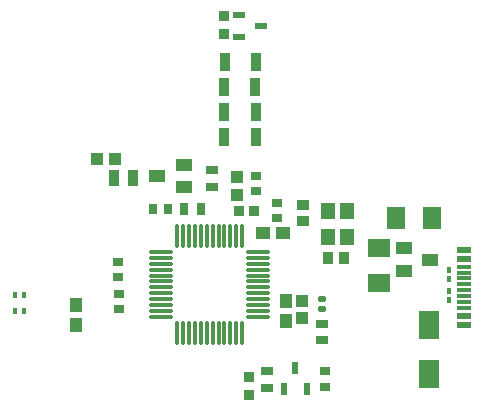
<source format=gtp>
G04*
G04 #@! TF.GenerationSoftware,Altium Limited,CircuitMaker,2.3.0 (3)*
G04*
G04 Layer_Color=7318015*
%FSLAX25Y25*%
%MOIN*%
G70*
G04*
G04 #@! TF.SameCoordinates,D9861004-D678-4A7D-ADCB-9CC0BAE6BC75*
G04*
G04*
G04 #@! TF.FilePolarity,Positive*
G04*
G01*
G75*
%ADD17R,0.05905X0.07480*%
%ADD18R,0.01772X0.01968*%
G04:AMPARAMS|DCode=19|XSize=11.81mil|YSize=19.68mil|CornerRadius=1.18mil|HoleSize=0mil|Usage=FLASHONLY|Rotation=0.000|XOffset=0mil|YOffset=0mil|HoleType=Round|Shape=RoundedRectangle|*
%AMROUNDEDRECTD19*
21,1,0.01181,0.01732,0,0,0.0*
21,1,0.00945,0.01968,0,0,0.0*
1,1,0.00236,0.00472,-0.00866*
1,1,0.00236,-0.00472,-0.00866*
1,1,0.00236,-0.00472,0.00866*
1,1,0.00236,0.00472,0.00866*
%
%ADD19ROUNDEDRECTD19*%
%ADD20R,0.05600X0.04000*%
%ADD21R,0.03347X0.02756*%
%ADD22R,0.03937X0.03543*%
%ADD23R,0.03543X0.03937*%
%ADD24R,0.03937X0.03150*%
%ADD25R,0.03937X0.04134*%
%ADD26R,0.03347X0.03543*%
%ADD27R,0.02362X0.04331*%
G04:AMPARAMS|DCode=28|XSize=21.26mil|YSize=25.98mil|CornerRadius=5.53mil|HoleSize=0mil|Usage=FLASHONLY|Rotation=90.000|XOffset=0mil|YOffset=0mil|HoleType=Round|Shape=RoundedRectangle|*
%AMROUNDEDRECTD28*
21,1,0.02126,0.01493,0,0,90.0*
21,1,0.01021,0.02598,0,0,90.0*
1,1,0.01105,0.00747,0.00510*
1,1,0.01105,0.00747,-0.00510*
1,1,0.01105,-0.00747,-0.00510*
1,1,0.01105,-0.00747,0.00510*
%
%ADD28ROUNDEDRECTD28*%
%ADD29R,0.05512X0.03937*%
%ADD30R,0.04724X0.05512*%
%ADD31R,0.03543X0.06102*%
%ADD32R,0.04331X0.02362*%
%ADD33O,0.01181X0.08268*%
%ADD34O,0.08268X0.01181*%
%ADD35R,0.04134X0.03937*%
%ADD36R,0.03347X0.05315*%
%ADD37R,0.07087X0.09449*%
%ADD38R,0.04331X0.04921*%
%ADD39R,0.03740X0.03150*%
G04:AMPARAMS|DCode=40|XSize=35mil|YSize=35mil|CornerRadius=4.38mil|HoleSize=0mil|Usage=FLASHONLY|Rotation=270.000|XOffset=0mil|YOffset=0mil|HoleType=Round|Shape=RoundedRectangle|*
%AMROUNDEDRECTD40*
21,1,0.03500,0.02625,0,0,270.0*
21,1,0.02625,0.03500,0,0,270.0*
1,1,0.00875,-0.01312,-0.01312*
1,1,0.00875,-0.01312,0.01312*
1,1,0.00875,0.01312,0.01312*
1,1,0.00875,0.01312,-0.01312*
%
%ADD40ROUNDEDRECTD40*%
%ADD41R,0.04921X0.04331*%
%ADD42R,0.02756X0.03347*%
%ADD43R,0.03150X0.03937*%
%ADD44R,0.07480X0.05905*%
%ADD45R,0.04921X0.02362*%
%ADD46R,0.04921X0.01181*%
D17*
X444587Y380118D02*
D03*
X432776D02*
D03*
D18*
X450197Y355807D02*
D03*
Y352854D02*
D03*
Y359842D02*
D03*
Y362795D02*
D03*
D19*
X308760Y349016D02*
D03*
X305610D02*
D03*
Y354528D02*
D03*
X308760D02*
D03*
D20*
X361865Y390330D02*
D03*
Y397870D02*
D03*
X353135Y394070D02*
D03*
D21*
X392900Y380239D02*
D03*
Y385161D02*
D03*
X386000Y394121D02*
D03*
Y389200D02*
D03*
X339900Y360539D02*
D03*
Y365461D02*
D03*
X340200Y354761D02*
D03*
Y349839D02*
D03*
D22*
X401700Y379043D02*
D03*
Y384358D02*
D03*
D23*
X410143Y366700D02*
D03*
X415457D02*
D03*
D24*
X371400Y390488D02*
D03*
Y396000D02*
D03*
X389567Y323425D02*
D03*
Y328937D02*
D03*
X408100Y339344D02*
D03*
Y344856D02*
D03*
D25*
X379800Y387747D02*
D03*
Y393653D02*
D03*
X401450Y352553D02*
D03*
Y346648D02*
D03*
D26*
X380341Y382300D02*
D03*
X385459D02*
D03*
D27*
X395374Y323130D02*
D03*
X402854D02*
D03*
X399114Y330217D02*
D03*
D28*
X408000Y349707D02*
D03*
Y353093D02*
D03*
D29*
X443996Y366240D02*
D03*
X435335Y362500D02*
D03*
Y369980D02*
D03*
D30*
X416250Y373769D02*
D03*
X416250Y382431D02*
D03*
X409950Y382431D02*
D03*
Y373769D02*
D03*
D31*
X385925Y406988D02*
D03*
X375492D02*
D03*
Y415453D02*
D03*
X385925D02*
D03*
X385827Y423721D02*
D03*
X375394D02*
D03*
X386024Y432185D02*
D03*
X375590D02*
D03*
D32*
X380512Y447835D02*
D03*
Y440354D02*
D03*
X387598Y444095D02*
D03*
D33*
X381398Y341831D02*
D03*
X379429D02*
D03*
X377461D02*
D03*
X375492D02*
D03*
X373524D02*
D03*
X371555D02*
D03*
X369587D02*
D03*
X367618D02*
D03*
X365650D02*
D03*
X363681D02*
D03*
X361713D02*
D03*
X359744D02*
D03*
Y374114D02*
D03*
X361713D02*
D03*
X363681D02*
D03*
X365650D02*
D03*
X367618D02*
D03*
X369587D02*
D03*
X371555D02*
D03*
X373524D02*
D03*
X375492D02*
D03*
X377461D02*
D03*
X379429D02*
D03*
X381398D02*
D03*
D34*
X354429Y347146D02*
D03*
Y349114D02*
D03*
Y351083D02*
D03*
Y353051D02*
D03*
Y355020D02*
D03*
Y356988D02*
D03*
Y358957D02*
D03*
Y360925D02*
D03*
Y362894D02*
D03*
Y364862D02*
D03*
Y366831D02*
D03*
Y368799D02*
D03*
X386713D02*
D03*
Y366831D02*
D03*
Y364862D02*
D03*
Y362894D02*
D03*
Y360925D02*
D03*
Y358957D02*
D03*
Y356988D02*
D03*
Y355020D02*
D03*
Y353051D02*
D03*
Y351083D02*
D03*
Y349114D02*
D03*
Y347146D02*
D03*
D35*
X338976Y399902D02*
D03*
X333071D02*
D03*
D36*
X338652Y393500D02*
D03*
X345148D02*
D03*
D37*
X443701Y344291D02*
D03*
Y328150D02*
D03*
D38*
X396063Y352362D02*
D03*
Y345669D02*
D03*
X326100Y351046D02*
D03*
Y344354D02*
D03*
D39*
X408957Y323721D02*
D03*
Y329035D02*
D03*
D40*
X383760Y321212D02*
D03*
Y327212D02*
D03*
X375394Y447292D02*
D03*
Y441292D02*
D03*
D41*
X395146Y375100D02*
D03*
X388454D02*
D03*
D42*
X351673Y382972D02*
D03*
X356594D02*
D03*
D43*
X362008Y383169D02*
D03*
X367520D02*
D03*
D44*
X427165Y370177D02*
D03*
Y358366D02*
D03*
D45*
X455508Y344390D02*
D03*
Y347539D02*
D03*
Y366437D02*
D03*
Y369587D02*
D03*
D46*
Y354035D02*
D03*
Y352067D02*
D03*
Y350098D02*
D03*
Y363878D02*
D03*
Y359941D02*
D03*
Y361910D02*
D03*
Y357972D02*
D03*
Y356004D02*
D03*
M02*

</source>
